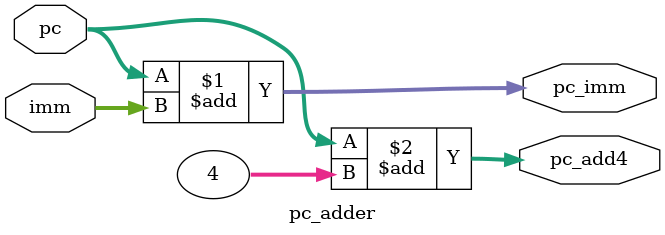
<source format=v>
`timescale 1ns / 1ps
module pc_adder (
    input wire [31:0] pc,
    input wire [31:0] imm,
    output wire [31:0] pc_imm,
    output wire [31:0] pc_add4
);

assign pc_imm = pc + imm;
assign pc_add4 = pc + 32'd4;

endmodule
</source>
